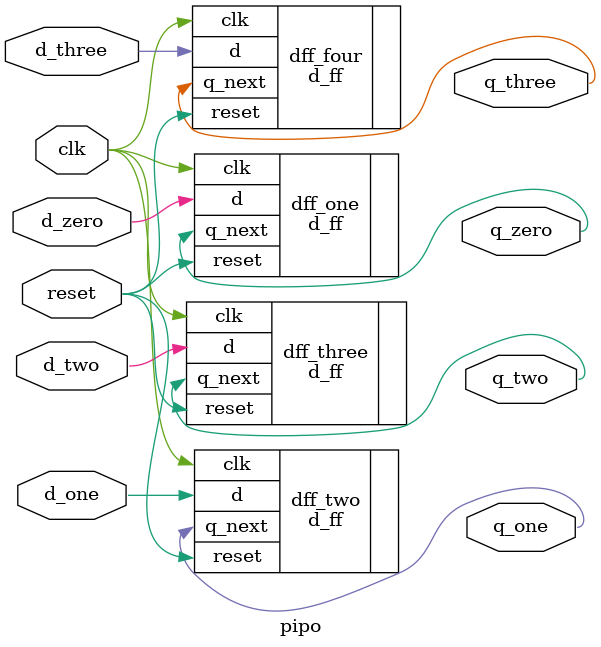
<source format=v>
`timescale 1ns / 1ps


module pipo(
    d_zero, d_one, d_two, d_three,
    clk, reset,
    q_zero, q_one, q_two, q_three
);
    
    input d_zero, d_one, d_two, d_three,
          clk, reset;
    output wire q_zero, q_one, q_two, q_three;
    
    d_ff dff_one(
        .d(d_zero),
        .q_next(q_zero),
        .clk(clk),
        .reset(reset)
    );
    
    d_ff dff_two(
        .d(d_one),
        .q_next(q_one),
        .clk(clk),
        .reset(reset)
    );
        
    d_ff dff_three(
        .d(d_two),
        .q_next(q_two),
        .clk(clk),
        .reset(reset)
    );
     
    d_ff dff_four(
        .d(d_three),
        .q_next(q_three),
        .clk(clk),
        .reset(reset)
    );
    
    
endmodule

</source>
